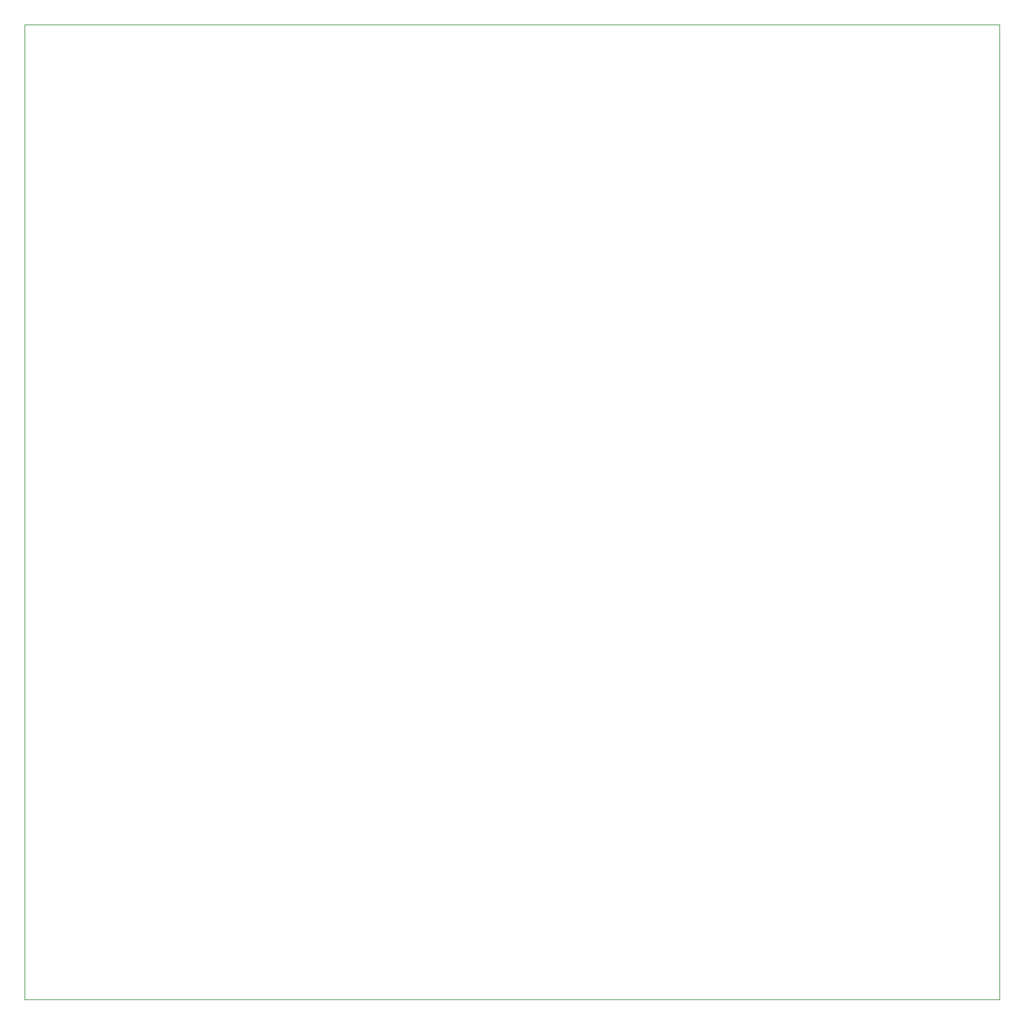
<source format=gbr>
%TF.GenerationSoftware,KiCad,Pcbnew,8.0.5*%
%TF.CreationDate,2024-11-01T15:38:32+01:00*%
%TF.ProjectId,PowerBoard,506f7765-7242-46f6-9172-642e6b696361,rev?*%
%TF.SameCoordinates,Original*%
%TF.FileFunction,Profile,NP*%
%FSLAX46Y46*%
G04 Gerber Fmt 4.6, Leading zero omitted, Abs format (unit mm)*
G04 Created by KiCad (PCBNEW 8.0.5) date 2024-11-01 15:38:32*
%MOMM*%
%LPD*%
G01*
G04 APERTURE LIST*
%TA.AperFunction,Profile*%
%ADD10C,0.100000*%
%TD*%
G04 APERTURE END LIST*
D10*
X211000000Y-29500000D02*
X80000000Y-29500000D01*
X80000000Y-29500000D02*
X80000000Y-160500000D01*
X211000000Y-160500000D02*
X211000000Y-29500000D01*
X80000000Y-160500000D02*
X211000000Y-160500000D01*
M02*

</source>
